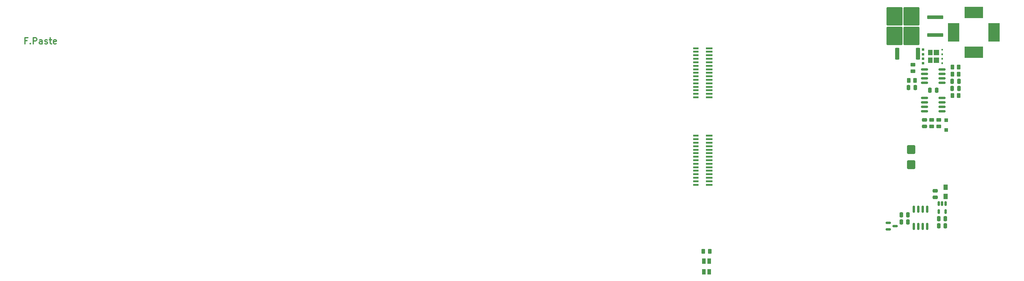
<source format=gbr>
%TF.GenerationSoftware,KiCad,Pcbnew,8.0.4-8.0.4-0~ubuntu22.04.1*%
%TF.CreationDate,2024-07-21T20:21:05-07:00*%
%TF.ProjectId,NX-J401-Adapter,4e582d4a-3430-4312-9d41-646170746572,1*%
%TF.SameCoordinates,Original*%
%TF.FileFunction,Paste,Top*%
%TF.FilePolarity,Positive*%
%FSLAX46Y46*%
G04 Gerber Fmt 4.6, Leading zero omitted, Abs format (unit mm)*
G04 Created by KiCad (PCBNEW 8.0.4-8.0.4-0~ubuntu22.04.1) date 2024-07-21 20:21:05*
%MOMM*%
%LPD*%
G01*
G04 APERTURE LIST*
G04 Aperture macros list*
%AMRoundRect*
0 Rectangle with rounded corners*
0 $1 Rounding radius*
0 $2 $3 $4 $5 $6 $7 $8 $9 X,Y pos of 4 corners*
0 Add a 4 corners polygon primitive as box body*
4,1,4,$2,$3,$4,$5,$6,$7,$8,$9,$2,$3,0*
0 Add four circle primitives for the rounded corners*
1,1,$1+$1,$2,$3*
1,1,$1+$1,$4,$5*
1,1,$1+$1,$6,$7*
1,1,$1+$1,$8,$9*
0 Add four rect primitives between the rounded corners*
20,1,$1+$1,$2,$3,$4,$5,0*
20,1,$1+$1,$4,$5,$6,$7,0*
20,1,$1+$1,$6,$7,$8,$9,0*
20,1,$1+$1,$8,$9,$2,$3,0*%
G04 Aperture macros list end*
%ADD10C,0.300000*%
%ADD11RoundRect,0.250000X2.050000X0.300000X-2.050000X0.300000X-2.050000X-0.300000X2.050000X-0.300000X0*%
%ADD12RoundRect,0.250000X2.025000X2.375000X-2.025000X2.375000X-2.025000X-2.375000X2.025000X-2.375000X0*%
%ADD13R,0.750000X0.660000*%
%ADD14R,1.850000X0.600000*%
%ADD15R,1.650000X0.600000*%
%ADD16RoundRect,0.250000X-0.450000X0.262500X-0.450000X-0.262500X0.450000X-0.262500X0.450000X0.262500X0*%
%ADD17R,1.090000X1.500000*%
%ADD18RoundRect,0.250000X-0.475000X0.250000X-0.475000X-0.250000X0.475000X-0.250000X0.475000X0.250000X0*%
%ADD19RoundRect,0.250000X0.262500X0.450000X-0.262500X0.450000X-0.262500X-0.450000X0.262500X-0.450000X0*%
%ADD20RoundRect,0.250000X-0.262500X-0.450000X0.262500X-0.450000X0.262500X0.450000X-0.262500X0.450000X0*%
%ADD21RoundRect,0.250000X-0.250000X-0.475000X0.250000X-0.475000X0.250000X0.475000X-0.250000X0.475000X0*%
%ADD22RoundRect,0.150000X0.825000X0.150000X-0.825000X0.150000X-0.825000X-0.150000X0.825000X-0.150000X0*%
%ADD23RoundRect,0.250000X0.900000X-1.000000X0.900000X1.000000X-0.900000X1.000000X-0.900000X-1.000000X0*%
%ADD24RoundRect,0.250000X0.300000X-0.300000X0.300000X0.300000X-0.300000X0.300000X-0.300000X-0.300000X0*%
%ADD25RoundRect,0.250000X-0.362500X-1.425000X0.362500X-1.425000X0.362500X1.425000X-0.362500X1.425000X0*%
%ADD26RoundRect,0.250000X0.250000X0.475000X-0.250000X0.475000X-0.250000X-0.475000X0.250000X-0.475000X0*%
%ADD27R,1.200000X1.500000*%
%ADD28RoundRect,0.150000X-0.587500X-0.150000X0.587500X-0.150000X0.587500X0.150000X-0.587500X0.150000X0*%
%ADD29RoundRect,0.250000X0.450000X-0.262500X0.450000X0.262500X-0.450000X0.262500X-0.450000X-0.262500X0*%
%ADD30RoundRect,0.150000X-0.150000X0.512500X-0.150000X-0.512500X0.150000X-0.512500X0.150000X0.512500X0*%
%ADD31R,3.265000X5.210000*%
%ADD32R,5.210000X3.275000*%
%ADD33RoundRect,0.150000X-0.150000X0.825000X-0.150000X-0.825000X0.150000X-0.825000X0.150000X0.825000X0*%
G04 APERTURE END LIST*
D10*
X33217368Y-91545474D02*
X32624701Y-91545474D01*
X32624701Y-92476807D02*
X32624701Y-90698807D01*
X32624701Y-90698807D02*
X33471368Y-90698807D01*
X34148701Y-92307474D02*
X34233368Y-92392141D01*
X34233368Y-92392141D02*
X34148701Y-92476807D01*
X34148701Y-92476807D02*
X34064034Y-92392141D01*
X34064034Y-92392141D02*
X34148701Y-92307474D01*
X34148701Y-92307474D02*
X34148701Y-92476807D01*
X34995368Y-92476807D02*
X34995368Y-90698807D01*
X34995368Y-90698807D02*
X35672701Y-90698807D01*
X35672701Y-90698807D02*
X35842035Y-90783474D01*
X35842035Y-90783474D02*
X35926701Y-90868141D01*
X35926701Y-90868141D02*
X36011368Y-91037474D01*
X36011368Y-91037474D02*
X36011368Y-91291474D01*
X36011368Y-91291474D02*
X35926701Y-91460807D01*
X35926701Y-91460807D02*
X35842035Y-91545474D01*
X35842035Y-91545474D02*
X35672701Y-91630141D01*
X35672701Y-91630141D02*
X34995368Y-91630141D01*
X37535368Y-92476807D02*
X37535368Y-91545474D01*
X37535368Y-91545474D02*
X37450701Y-91376141D01*
X37450701Y-91376141D02*
X37281368Y-91291474D01*
X37281368Y-91291474D02*
X36942701Y-91291474D01*
X36942701Y-91291474D02*
X36773368Y-91376141D01*
X37535368Y-92392141D02*
X37366035Y-92476807D01*
X37366035Y-92476807D02*
X36942701Y-92476807D01*
X36942701Y-92476807D02*
X36773368Y-92392141D01*
X36773368Y-92392141D02*
X36688701Y-92222807D01*
X36688701Y-92222807D02*
X36688701Y-92053474D01*
X36688701Y-92053474D02*
X36773368Y-91884141D01*
X36773368Y-91884141D02*
X36942701Y-91799474D01*
X36942701Y-91799474D02*
X37366035Y-91799474D01*
X37366035Y-91799474D02*
X37535368Y-91714807D01*
X38297368Y-92392141D02*
X38466702Y-92476807D01*
X38466702Y-92476807D02*
X38805368Y-92476807D01*
X38805368Y-92476807D02*
X38974702Y-92392141D01*
X38974702Y-92392141D02*
X39059368Y-92222807D01*
X39059368Y-92222807D02*
X39059368Y-92138141D01*
X39059368Y-92138141D02*
X38974702Y-91968807D01*
X38974702Y-91968807D02*
X38805368Y-91884141D01*
X38805368Y-91884141D02*
X38551368Y-91884141D01*
X38551368Y-91884141D02*
X38382035Y-91799474D01*
X38382035Y-91799474D02*
X38297368Y-91630141D01*
X38297368Y-91630141D02*
X38297368Y-91545474D01*
X38297368Y-91545474D02*
X38382035Y-91376141D01*
X38382035Y-91376141D02*
X38551368Y-91291474D01*
X38551368Y-91291474D02*
X38805368Y-91291474D01*
X38805368Y-91291474D02*
X38974702Y-91376141D01*
X39567368Y-91291474D02*
X40244701Y-91291474D01*
X39821368Y-90698807D02*
X39821368Y-92222807D01*
X39821368Y-92222807D02*
X39906035Y-92392141D01*
X39906035Y-92392141D02*
X40075368Y-92476807D01*
X40075368Y-92476807D02*
X40244701Y-92476807D01*
X41514701Y-92392141D02*
X41345368Y-92476807D01*
X41345368Y-92476807D02*
X41006701Y-92476807D01*
X41006701Y-92476807D02*
X40837368Y-92392141D01*
X40837368Y-92392141D02*
X40752701Y-92222807D01*
X40752701Y-92222807D02*
X40752701Y-91545474D01*
X40752701Y-91545474D02*
X40837368Y-91376141D01*
X40837368Y-91376141D02*
X41006701Y-91291474D01*
X41006701Y-91291474D02*
X41345368Y-91291474D01*
X41345368Y-91291474D02*
X41514701Y-91376141D01*
X41514701Y-91376141D02*
X41599368Y-91545474D01*
X41599368Y-91545474D02*
X41599368Y-91714807D01*
X41599368Y-91714807D02*
X40752701Y-91884141D01*
%TO.C,Q1*%
G36*
X290142500Y-95702000D02*
G01*
X291377500Y-95702000D01*
X291377500Y-94132000D01*
X290142500Y-94132000D01*
X290142500Y-95702000D01*
G37*
G36*
X290142500Y-97892000D02*
G01*
X291377500Y-97892000D01*
X291377500Y-96322000D01*
X290142500Y-96322000D01*
X290142500Y-97892000D01*
G37*
G36*
X293265000Y-95702000D02*
G01*
X291680000Y-95702000D01*
X291680000Y-94132000D01*
X293265000Y-94132000D01*
X293265000Y-95702000D01*
G37*
G36*
X293265000Y-97892000D02*
G01*
X291680000Y-97892000D01*
X291680000Y-96322000D01*
X293265000Y-96322000D01*
X293265000Y-97892000D01*
G37*
G36*
X294380000Y-94347000D02*
G01*
X293880000Y-94347000D01*
X293880000Y-93847000D01*
X294380000Y-93847000D01*
X294380000Y-94347000D01*
G37*
G36*
X294380000Y-95628538D02*
G01*
X293880000Y-95628538D01*
X293880000Y-95128538D01*
X294380000Y-95128538D01*
X294380000Y-95628538D01*
G37*
G36*
X294380000Y-96897000D02*
G01*
X293880000Y-96897000D01*
X293880000Y-96397000D01*
X294380000Y-96397000D01*
X294380000Y-96897000D01*
G37*
G36*
X294380000Y-98177000D02*
G01*
X293880000Y-98177000D01*
X293880000Y-97677000D01*
X294380000Y-97677000D01*
X294380000Y-98177000D01*
G37*
%TD*%
D11*
%TO.C,D3*%
X292100000Y-89916000D03*
D12*
X285375000Y-90151000D03*
X285375000Y-84601000D03*
X280525000Y-90151000D03*
X280525000Y-84601000D03*
D11*
X292100000Y-84836000D03*
%TD*%
D13*
%TO.C,Q1*%
X288655000Y-94092000D03*
X288655000Y-95372000D03*
X288655000Y-96652000D03*
X288655000Y-97932000D03*
%TD*%
D14*
%TO.C,J1*%
X227670000Y-107685500D03*
D15*
X223920000Y-107685500D03*
D14*
X227670000Y-106685500D03*
D15*
X223920000Y-106685500D03*
D14*
X227670000Y-105685500D03*
D15*
X223920000Y-105685500D03*
D14*
X227670000Y-104685500D03*
D15*
X223920000Y-104685500D03*
D14*
X227670000Y-103685500D03*
D15*
X223920000Y-103685500D03*
D14*
X227670000Y-102685500D03*
D15*
X223920000Y-102685500D03*
D14*
X227670000Y-101685500D03*
D15*
X223920000Y-101685500D03*
D14*
X227670000Y-100685500D03*
D15*
X223920000Y-100685500D03*
D14*
X227670000Y-99685500D03*
D15*
X223920000Y-99685500D03*
D14*
X227670000Y-98685500D03*
D15*
X223920000Y-98685500D03*
D14*
X227670000Y-97685500D03*
D15*
X223920000Y-97685500D03*
D14*
X227670000Y-96685500D03*
D15*
X223920000Y-96685500D03*
D14*
X227670000Y-95685500D03*
D15*
X223920000Y-95685500D03*
D14*
X227670000Y-94685500D03*
D15*
X223920000Y-94685500D03*
D14*
X227670000Y-93685500D03*
D15*
X223920000Y-93685500D03*
%TD*%
D16*
%TO.C,R6*%
X293116000Y-114149500D03*
X293116000Y-115974500D03*
%TD*%
D17*
%TO.C,D1*%
X227687000Y-154432000D03*
X227687000Y-157432000D03*
X226187000Y-154432000D03*
X226187000Y-157432000D03*
%TD*%
D18*
%TO.C,C6*%
X289052000Y-114112000D03*
X289052000Y-116012000D03*
%TD*%
D19*
%TO.C,R8*%
X298854500Y-101092000D03*
X297029500Y-101092000D03*
%TD*%
D20*
%TO.C,R7*%
X297029500Y-99060000D03*
X298854500Y-99060000D03*
%TD*%
D21*
%TO.C,C9*%
X293156600Y-142316200D03*
X295056600Y-142316200D03*
%TD*%
D22*
%TO.C,Q2*%
X294067000Y-111633000D03*
X294067000Y-110363000D03*
X294067000Y-109093000D03*
X294067000Y-107823000D03*
X289117000Y-107823000D03*
X289117000Y-109093000D03*
X289117000Y-110363000D03*
X289117000Y-111633000D03*
%TD*%
D23*
%TO.C,D4*%
X285242000Y-126864000D03*
X285242000Y-122564000D03*
%TD*%
D20*
%TO.C,R3*%
X284583500Y-102870000D03*
X286408500Y-102870000D03*
%TD*%
%TO.C,R1*%
X226036500Y-151663400D03*
X227861500Y-151663400D03*
%TD*%
D24*
%TO.C,D5*%
X295275000Y-116970000D03*
X295275000Y-114170000D03*
%TD*%
D22*
%TO.C,U2*%
X294067000Y-103505000D03*
X294067000Y-102235000D03*
X294067000Y-100965000D03*
X294067000Y-99695000D03*
X289117000Y-99695000D03*
X289117000Y-100965000D03*
X289117000Y-102235000D03*
X289117000Y-103505000D03*
%TD*%
D20*
%TO.C,R9*%
X297029500Y-107188000D03*
X298854500Y-107188000D03*
%TD*%
D25*
%TO.C,R2*%
X281263500Y-95250000D03*
X287188500Y-95250000D03*
%TD*%
D21*
%TO.C,C10*%
X293156600Y-144348200D03*
X295056600Y-144348200D03*
%TD*%
D16*
%TO.C,R4*%
X285750000Y-98401500D03*
X285750000Y-100226500D03*
%TD*%
D21*
%TO.C,C12*%
X296992000Y-105156000D03*
X298892000Y-105156000D03*
%TD*%
D14*
%TO.C,J2*%
X227670000Y-132628300D03*
D15*
X223920000Y-132628300D03*
D14*
X227670000Y-131628300D03*
D15*
X223920000Y-131628300D03*
D14*
X227670000Y-130628300D03*
D15*
X223920000Y-130628300D03*
D14*
X227670000Y-129628300D03*
D15*
X223920000Y-129628300D03*
D14*
X227670000Y-128628300D03*
D15*
X223920000Y-128628300D03*
D14*
X227670000Y-127628300D03*
D15*
X223920000Y-127628300D03*
D14*
X227670000Y-126628300D03*
D15*
X223920000Y-126628300D03*
D14*
X227670000Y-125628300D03*
D15*
X223920000Y-125628300D03*
D14*
X227670000Y-124628300D03*
D15*
X223920000Y-124628300D03*
D14*
X227670000Y-123628300D03*
D15*
X223920000Y-123628300D03*
D14*
X227670000Y-122628300D03*
D15*
X223920000Y-122628300D03*
D14*
X227670000Y-121628300D03*
D15*
X223920000Y-121628300D03*
D14*
X227670000Y-120628300D03*
D15*
X223920000Y-120628300D03*
D14*
X227670000Y-119628300D03*
D15*
X223920000Y-119628300D03*
D14*
X227670000Y-118628300D03*
D15*
X223920000Y-118628300D03*
%TD*%
D26*
%TO.C,C7*%
X292542000Y-105664000D03*
X290642000Y-105664000D03*
%TD*%
%TO.C,C4*%
X284388600Y-143281400D03*
X282488600Y-143281400D03*
%TD*%
D27*
%TO.C,L1*%
X295071800Y-133295400D03*
X295071800Y-135995400D03*
%TD*%
D21*
%TO.C,C11*%
X296992000Y-103124000D03*
X298892000Y-103124000D03*
%TD*%
D28*
%TO.C,D2*%
X278792700Y-143485700D03*
X278792700Y-145385700D03*
X280667700Y-144435700D03*
%TD*%
D29*
%TO.C,R5*%
X291084000Y-115974500D03*
X291084000Y-114149500D03*
%TD*%
D30*
%TO.C,U3*%
X295067900Y-138003700D03*
X294117900Y-138003700D03*
X293167900Y-138003700D03*
X293167900Y-140278700D03*
X295067900Y-140278700D03*
%TD*%
D31*
%TO.C,L2*%
X308887500Y-89154000D03*
X297422500Y-89154000D03*
D32*
X303155000Y-94831500D03*
X303155000Y-83476500D03*
%TD*%
D26*
%TO.C,C5*%
X286446000Y-104902000D03*
X284546000Y-104902000D03*
%TD*%
D18*
%TO.C,C8*%
X292176200Y-134355800D03*
X292176200Y-136255800D03*
%TD*%
D26*
%TO.C,C3*%
X284388600Y-141249400D03*
X282488600Y-141249400D03*
%TD*%
D33*
%TO.C,U1*%
X289864800Y-139587200D03*
X288594800Y-139587200D03*
X287324800Y-139587200D03*
X286054800Y-139587200D03*
X286054800Y-144537200D03*
X287324800Y-144537200D03*
X288594800Y-144537200D03*
X289864800Y-144537200D03*
%TD*%
M02*

</source>
